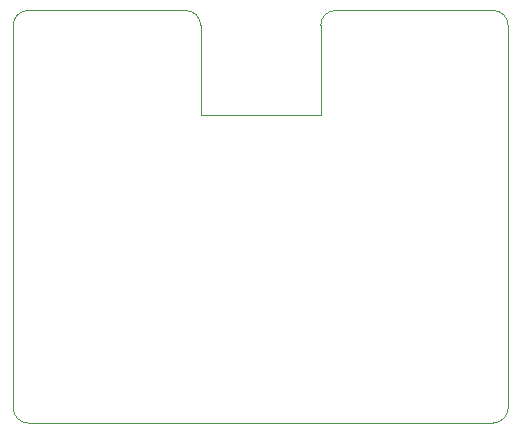
<source format=gm1>
%TF.GenerationSoftware,KiCad,Pcbnew,(6.0.10-0)*%
%TF.CreationDate,2023-01-12T22:41:03+08:00*%
%TF.ProjectId,Control,436f6e74-726f-46c2-9e6b-696361645f70,V3.2.2*%
%TF.SameCoordinates,PX7df6180PY32de760*%
%TF.FileFunction,Profile,NP*%
%FSLAX46Y46*%
G04 Gerber Fmt 4.6, Leading zero omitted, Abs format (unit mm)*
G04 Created by KiCad (PCBNEW (6.0.10-0)) date 2023-01-12 22:41:03*
%MOMM*%
%LPD*%
G01*
G04 APERTURE LIST*
%TA.AperFunction,Profile*%
%ADD10C,0.120000*%
%TD*%
G04 APERTURE END LIST*
D10*
X12700000Y-3810000D02*
X2540000Y-3810000D01*
X27305000Y-29845000D02*
X-12065000Y-29845000D01*
X-13335000Y-28575000D02*
X-13335000Y3810000D01*
X13970000Y5080000D02*
G75*
G03*
X12700000Y3810000I0J-1270000D01*
G01*
X28575000Y3810000D02*
G75*
G03*
X27305000Y5080000I-1270000J0D01*
G01*
X-13335000Y-28575000D02*
G75*
G03*
X-12065000Y-29845000I1270000J0D01*
G01*
X12700000Y3810000D02*
X12700000Y-3810000D01*
X27305000Y-29845000D02*
G75*
G03*
X28575000Y-28575000I0J1270000D01*
G01*
X-12065000Y5080000D02*
G75*
G03*
X-13335000Y3810000I0J-1270000D01*
G01*
X2540000Y-3810000D02*
X2540000Y3810000D01*
X13970000Y5080000D02*
X27305000Y5080000D01*
X28575000Y3810000D02*
X28575000Y-28575000D01*
X2540000Y3810000D02*
G75*
G03*
X1270000Y5080000I-1270000J0D01*
G01*
X1270000Y5080000D02*
X-12065000Y5080000D01*
M02*

</source>
